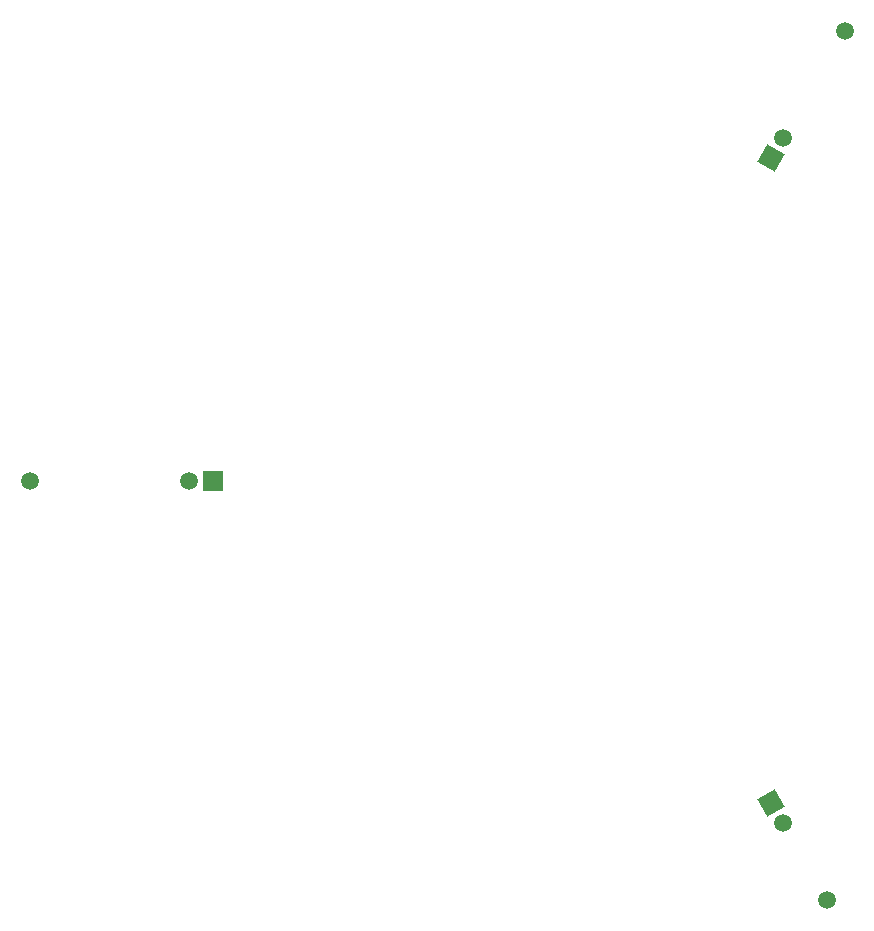
<source format=gbr>
%TF.GenerationSoftware,KiCad,Pcbnew,7.0.10*%
%TF.CreationDate,2024-02-11T22:45:47-05:00*%
%TF.ProjectId,bearing_outer_bottom,62656172-696e-4675-9f6f-757465725f62,rev?*%
%TF.SameCoordinates,Original*%
%TF.FileFunction,Copper,L1,Top*%
%TF.FilePolarity,Positive*%
%FSLAX46Y46*%
G04 Gerber Fmt 4.6, Leading zero omitted, Abs format (unit mm)*
G04 Created by KiCad (PCBNEW 7.0.10) date 2024-02-11 22:45:47*
%MOMM*%
%LPD*%
G01*
G04 APERTURE LIST*
G04 Aperture macros list*
%AMRotRect*
0 Rectangle, with rotation*
0 The origin of the aperture is its center*
0 $1 length*
0 $2 width*
0 $3 Rotation angle, in degrees counterclockwise*
0 Add horizontal line*
21,1,$1,$2,0,0,$3*%
G04 Aperture macros list end*
%TA.AperFunction,ComponentPad*%
%ADD10C,1.500000*%
%TD*%
%TA.AperFunction,ComponentPad*%
%ADD11RotRect,1.700000X1.700000X300.000000*%
%TD*%
%TA.AperFunction,ComponentPad*%
%ADD12RotRect,1.700000X1.700000X60.000000*%
%TD*%
%TA.AperFunction,ComponentPad*%
%ADD13R,1.700000X1.700000*%
%TD*%
G04 APERTURE END LIST*
D10*
%TO.P,J106,1,Pin_1*%
%TO.N,Net-(J103-Pin_1)*%
X66750000Y-79012000D03*
%TD*%
%TO.P,J108,1,Pin_1*%
%TO.N,unconnected-(J108-Pin_1-Pad1)*%
X72000000Y-11895000D03*
%TD*%
D11*
%TO.P,J103,1,Pin_1*%
%TO.N,Net-(J103-Pin_1)*%
X65750000Y-77280000D03*
%TD*%
D10*
%TO.P,J104,1,Pin_1*%
%TO.N,Net-(J101-Pin_1)*%
X16500000Y-50000000D03*
%TD*%
%TO.P,J109,1,Pin_1*%
%TO.N,unconnected-(J109-Pin_1-Pad1)*%
X70500000Y-85507000D03*
%TD*%
%TO.P,J105,1,Pin_1*%
%TO.N,Net-(J102-Pin_1)*%
X66750000Y-20988000D03*
%TD*%
D12*
%TO.P,J102,1,Pin_1*%
%TO.N,Net-(J102-Pin_1)*%
X65750000Y-22720000D03*
%TD*%
D13*
%TO.P,J101,1,Pin_1*%
%TO.N,Net-(J101-Pin_1)*%
X18500000Y-50000000D03*
%TD*%
D10*
%TO.P,J107,1,Pin_1*%
%TO.N,unconnected-(J107-Pin_1-Pad1)*%
X3000000Y-50000000D03*
%TD*%
M02*

</source>
